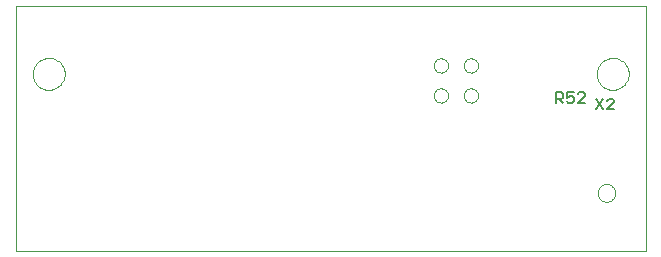
<source format=gto>
G75*
G70*
%OFA0B0*%
%FSLAX24Y24*%
%IPPOS*%
%LPD*%
%AMOC8*
5,1,8,0,0,1.08239X$1,22.5*
%
%ADD10C,0.0000*%
%ADD11C,0.0050*%
D10*
X000302Y002258D02*
X000302Y010408D01*
X021302Y010408D01*
X021302Y002258D01*
X000302Y002258D01*
X014236Y007438D02*
X014238Y007468D01*
X014244Y007498D01*
X014253Y007527D01*
X014266Y007554D01*
X014283Y007579D01*
X014302Y007602D01*
X014325Y007623D01*
X014350Y007640D01*
X014376Y007654D01*
X014405Y007664D01*
X014434Y007671D01*
X014464Y007674D01*
X014495Y007673D01*
X014525Y007668D01*
X014554Y007659D01*
X014581Y007647D01*
X014607Y007632D01*
X014631Y007613D01*
X014652Y007591D01*
X014670Y007567D01*
X014685Y007540D01*
X014696Y007512D01*
X014704Y007483D01*
X014708Y007453D01*
X014708Y007423D01*
X014704Y007393D01*
X014696Y007364D01*
X014685Y007336D01*
X014670Y007309D01*
X014652Y007285D01*
X014631Y007263D01*
X014607Y007244D01*
X014581Y007229D01*
X014554Y007217D01*
X014525Y007208D01*
X014495Y007203D01*
X014464Y007202D01*
X014434Y007205D01*
X014405Y007212D01*
X014376Y007222D01*
X014350Y007236D01*
X014325Y007253D01*
X014302Y007274D01*
X014283Y007297D01*
X014266Y007322D01*
X014253Y007349D01*
X014244Y007378D01*
X014238Y007408D01*
X014236Y007438D01*
X015236Y007438D02*
X015238Y007468D01*
X015244Y007498D01*
X015253Y007527D01*
X015266Y007554D01*
X015283Y007579D01*
X015302Y007602D01*
X015325Y007623D01*
X015350Y007640D01*
X015376Y007654D01*
X015405Y007664D01*
X015434Y007671D01*
X015464Y007674D01*
X015495Y007673D01*
X015525Y007668D01*
X015554Y007659D01*
X015581Y007647D01*
X015607Y007632D01*
X015631Y007613D01*
X015652Y007591D01*
X015670Y007567D01*
X015685Y007540D01*
X015696Y007512D01*
X015704Y007483D01*
X015708Y007453D01*
X015708Y007423D01*
X015704Y007393D01*
X015696Y007364D01*
X015685Y007336D01*
X015670Y007309D01*
X015652Y007285D01*
X015631Y007263D01*
X015607Y007244D01*
X015581Y007229D01*
X015554Y007217D01*
X015525Y007208D01*
X015495Y007203D01*
X015464Y007202D01*
X015434Y007205D01*
X015405Y007212D01*
X015376Y007222D01*
X015350Y007236D01*
X015325Y007253D01*
X015302Y007274D01*
X015283Y007297D01*
X015266Y007322D01*
X015253Y007349D01*
X015244Y007378D01*
X015238Y007408D01*
X015236Y007438D01*
X015236Y008438D02*
X015238Y008468D01*
X015244Y008498D01*
X015253Y008527D01*
X015266Y008554D01*
X015283Y008579D01*
X015302Y008602D01*
X015325Y008623D01*
X015350Y008640D01*
X015376Y008654D01*
X015405Y008664D01*
X015434Y008671D01*
X015464Y008674D01*
X015495Y008673D01*
X015525Y008668D01*
X015554Y008659D01*
X015581Y008647D01*
X015607Y008632D01*
X015631Y008613D01*
X015652Y008591D01*
X015670Y008567D01*
X015685Y008540D01*
X015696Y008512D01*
X015704Y008483D01*
X015708Y008453D01*
X015708Y008423D01*
X015704Y008393D01*
X015696Y008364D01*
X015685Y008336D01*
X015670Y008309D01*
X015652Y008285D01*
X015631Y008263D01*
X015607Y008244D01*
X015581Y008229D01*
X015554Y008217D01*
X015525Y008208D01*
X015495Y008203D01*
X015464Y008202D01*
X015434Y008205D01*
X015405Y008212D01*
X015376Y008222D01*
X015350Y008236D01*
X015325Y008253D01*
X015302Y008274D01*
X015283Y008297D01*
X015266Y008322D01*
X015253Y008349D01*
X015244Y008378D01*
X015238Y008408D01*
X015236Y008438D01*
X014236Y008438D02*
X014238Y008468D01*
X014244Y008498D01*
X014253Y008527D01*
X014266Y008554D01*
X014283Y008579D01*
X014302Y008602D01*
X014325Y008623D01*
X014350Y008640D01*
X014376Y008654D01*
X014405Y008664D01*
X014434Y008671D01*
X014464Y008674D01*
X014495Y008673D01*
X014525Y008668D01*
X014554Y008659D01*
X014581Y008647D01*
X014607Y008632D01*
X014631Y008613D01*
X014652Y008591D01*
X014670Y008567D01*
X014685Y008540D01*
X014696Y008512D01*
X014704Y008483D01*
X014708Y008453D01*
X014708Y008423D01*
X014704Y008393D01*
X014696Y008364D01*
X014685Y008336D01*
X014670Y008309D01*
X014652Y008285D01*
X014631Y008263D01*
X014607Y008244D01*
X014581Y008229D01*
X014554Y008217D01*
X014525Y008208D01*
X014495Y008203D01*
X014464Y008202D01*
X014434Y008205D01*
X014405Y008212D01*
X014376Y008222D01*
X014350Y008236D01*
X014325Y008253D01*
X014302Y008274D01*
X014283Y008297D01*
X014266Y008322D01*
X014253Y008349D01*
X014244Y008378D01*
X014238Y008408D01*
X014236Y008438D01*
X019671Y008158D02*
X019673Y008204D01*
X019679Y008249D01*
X019689Y008294D01*
X019702Y008337D01*
X019719Y008380D01*
X019740Y008420D01*
X019764Y008459D01*
X019792Y008495D01*
X019823Y008529D01*
X019856Y008561D01*
X019892Y008589D01*
X019930Y008614D01*
X019970Y008636D01*
X020012Y008654D01*
X020055Y008668D01*
X020100Y008679D01*
X020145Y008686D01*
X020191Y008689D01*
X020236Y008688D01*
X020282Y008683D01*
X020327Y008674D01*
X020370Y008662D01*
X020413Y008645D01*
X020454Y008625D01*
X020493Y008602D01*
X020531Y008575D01*
X020565Y008545D01*
X020597Y008513D01*
X020626Y008477D01*
X020652Y008440D01*
X020675Y008400D01*
X020694Y008359D01*
X020709Y008316D01*
X020721Y008271D01*
X020729Y008226D01*
X020733Y008181D01*
X020733Y008135D01*
X020729Y008090D01*
X020721Y008045D01*
X020709Y008000D01*
X020694Y007957D01*
X020675Y007916D01*
X020652Y007876D01*
X020626Y007839D01*
X020597Y007803D01*
X020565Y007771D01*
X020531Y007741D01*
X020493Y007714D01*
X020454Y007691D01*
X020413Y007671D01*
X020370Y007654D01*
X020327Y007642D01*
X020282Y007633D01*
X020236Y007628D01*
X020191Y007627D01*
X020145Y007630D01*
X020100Y007637D01*
X020055Y007648D01*
X020012Y007662D01*
X019970Y007680D01*
X019930Y007702D01*
X019892Y007727D01*
X019856Y007755D01*
X019823Y007787D01*
X019792Y007821D01*
X019764Y007857D01*
X019740Y007896D01*
X019719Y007936D01*
X019702Y007979D01*
X019689Y008022D01*
X019679Y008067D01*
X019673Y008112D01*
X019671Y008158D01*
X019696Y004188D02*
X019698Y004222D01*
X019704Y004256D01*
X019714Y004289D01*
X019727Y004320D01*
X019745Y004350D01*
X019765Y004378D01*
X019789Y004403D01*
X019815Y004425D01*
X019843Y004443D01*
X019874Y004459D01*
X019906Y004471D01*
X019940Y004479D01*
X019974Y004483D01*
X020008Y004483D01*
X020042Y004479D01*
X020076Y004471D01*
X020108Y004459D01*
X020138Y004443D01*
X020167Y004425D01*
X020193Y004403D01*
X020217Y004378D01*
X020237Y004350D01*
X020255Y004320D01*
X020268Y004289D01*
X020278Y004256D01*
X020284Y004222D01*
X020286Y004188D01*
X020284Y004154D01*
X020278Y004120D01*
X020268Y004087D01*
X020255Y004056D01*
X020237Y004026D01*
X020217Y003998D01*
X020193Y003973D01*
X020167Y003951D01*
X020139Y003933D01*
X020108Y003917D01*
X020076Y003905D01*
X020042Y003897D01*
X020008Y003893D01*
X019974Y003893D01*
X019940Y003897D01*
X019906Y003905D01*
X019874Y003917D01*
X019843Y003933D01*
X019815Y003951D01*
X019789Y003973D01*
X019765Y003998D01*
X019745Y004026D01*
X019727Y004056D01*
X019714Y004087D01*
X019704Y004120D01*
X019698Y004154D01*
X019696Y004188D01*
X000871Y008158D02*
X000873Y008204D01*
X000879Y008249D01*
X000889Y008294D01*
X000902Y008337D01*
X000919Y008380D01*
X000940Y008420D01*
X000964Y008459D01*
X000992Y008495D01*
X001023Y008529D01*
X001056Y008561D01*
X001092Y008589D01*
X001130Y008614D01*
X001170Y008636D01*
X001212Y008654D01*
X001255Y008668D01*
X001300Y008679D01*
X001345Y008686D01*
X001391Y008689D01*
X001436Y008688D01*
X001482Y008683D01*
X001527Y008674D01*
X001570Y008662D01*
X001613Y008645D01*
X001654Y008625D01*
X001693Y008602D01*
X001731Y008575D01*
X001765Y008545D01*
X001797Y008513D01*
X001826Y008477D01*
X001852Y008440D01*
X001875Y008400D01*
X001894Y008359D01*
X001909Y008316D01*
X001921Y008271D01*
X001929Y008226D01*
X001933Y008181D01*
X001933Y008135D01*
X001929Y008090D01*
X001921Y008045D01*
X001909Y008000D01*
X001894Y007957D01*
X001875Y007916D01*
X001852Y007876D01*
X001826Y007839D01*
X001797Y007803D01*
X001765Y007771D01*
X001731Y007741D01*
X001693Y007714D01*
X001654Y007691D01*
X001613Y007671D01*
X001570Y007654D01*
X001527Y007642D01*
X001482Y007633D01*
X001436Y007628D01*
X001391Y007627D01*
X001345Y007630D01*
X001300Y007637D01*
X001255Y007648D01*
X001212Y007662D01*
X001170Y007680D01*
X001130Y007702D01*
X001092Y007727D01*
X001056Y007755D01*
X001023Y007787D01*
X000992Y007821D01*
X000964Y007857D01*
X000940Y007896D01*
X000919Y007936D01*
X000902Y007979D01*
X000889Y008022D01*
X000879Y008067D01*
X000873Y008112D01*
X000871Y008158D01*
D11*
X018297Y007543D02*
X018297Y007193D01*
X018297Y007309D02*
X018472Y007309D01*
X018531Y007368D01*
X018531Y007485D01*
X018472Y007543D01*
X018297Y007543D01*
X018666Y007543D02*
X018666Y007368D01*
X018782Y007426D01*
X018841Y007426D01*
X018899Y007368D01*
X018899Y007251D01*
X018841Y007193D01*
X018724Y007193D01*
X018666Y007251D01*
X018531Y007193D02*
X018414Y007309D01*
X019034Y007193D02*
X019267Y007426D01*
X019267Y007485D01*
X019209Y007543D01*
X019092Y007543D01*
X019034Y007485D01*
X018899Y007543D02*
X018666Y007543D01*
X019657Y007323D02*
X019891Y006973D01*
X020026Y006973D02*
X020259Y007206D01*
X020259Y007265D01*
X020201Y007323D01*
X020084Y007323D01*
X020026Y007265D01*
X019891Y007323D02*
X019657Y006973D01*
X020026Y006973D02*
X020259Y006973D01*
X019267Y007193D02*
X019034Y007193D01*
M02*

</source>
